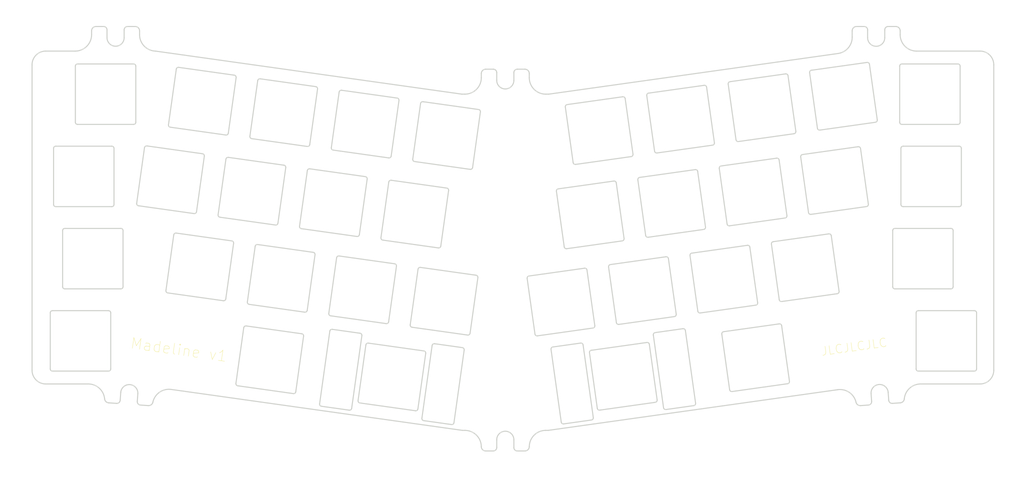
<source format=kicad_pcb>
(kicad_pcb (version 20221018) (generator pcbnew)
  (layers (0 "F.Cu" signal) (31 "B.Cu" signal) (34 "B.Paste" user) (35 "F.Paste" user) (36 "B.SilkS" user "B.Silkscreen") (37 "F.SilkS" user "F.Silkscreen") (38 "B.Mask" user) (39 "F.Mask" user) (44 "Edge.Cuts" user))
  (net 0 "")
  (gr_line (start 66.228121 84.79706) (end 79.101606 86.60631) (stroke (width 0.25)) (layer "Edge.Cuts"))
  (gr_arc (start 169.682576 53.214728) (mid 170.053075 53.310545) (end 170.247296 53.640275) (stroke (width 0.25)) (layer "Edge.Cuts"))
  (gr_line (start 108.36442 123.588817) (end 110.17367 110.715332) (stroke (width 0.25)) (layer "Edge.Cuts"))
  (gr_line (start 195.922006 63.159689) (end 194.112756 50.286204) (stroke (width 0.25)) (layer "Edge.Cuts"))
  (gr_line (start 51.321078 78.668762) (end 38.321078 78.668762) (stroke (width 0.25)) (layer "Edge.Cuts"))
  (gr_arc (start 192.047852 69.813622) (mid 192.143654 69.443113) (end 192.473399 69.248901) (stroke (width 0.25)) (layer "Edge.Cuts"))
  (gr_line (start 207.976509 48.33778) (end 209.785759 61.211264) (stroke (width 0.25)) (layer "Edge.Cuts"))
  (gr_arc (start 51.821078 78.168762) (mid 51.674646 78.522348) (end 51.321078 78.668762) (stroke (width 0.25)) (layer "Edge.Cuts"))
  (gr_line (start 140.490891 134.480512) (end 140.490891 132.686637) (stroke (width 0.25)) (layer "Edge.Cuts"))
  (gr_arc (start 77.746952 67.683622) (mid 77.941178 67.353899) (end 78.311673 67.258075) (stroke (width 0.25)) (layer "Edge.Cuts"))
  (gr_line (start 181.649646 104.144881) (end 168.776161 105.954131) (stroke (width 0.25)) (layer "Edge.Cuts"))
  (gr_line (start 233.957098 38.824762) (end 233.957098 37.950866) (stroke (width 0.25)) (layer "Edge.Cuts"))
  (gr_arc (start 103.392615 90.525102) (mid 103.58687 90.195438) (end 103.957335 90.099555) (stroke (width 0.25)) (layer "Edge.Cuts"))
  (gr_line (start 207.881652 119.695428) (end 195.008167 121.504679) (stroke (width 0.25)) (layer "Edge.Cuts"))
  (gr_line (start 170.247296 53.640275) (end 172.056546 66.51376) (stroke (width 0.25)) (layer "Edge.Cuts"))
  (gr_line (start 225.621298 36.935303) (end 223.857688 36.935408) (stroke (width 0.25)) (layer "Edge.Cuts"))
  (gr_line (start 82.718757 100.74734) (end 84.528008 87.873854) (stroke (width 0.25)) (layer "Edge.Cuts"))
  (gr_line (start 193.059743 107.640926) (end 205.933228 105.831675) (stroke (width 0.25)) (layer "Edge.Cuts"))
  (gr_arc (start 208.307199 119.130708) (mid 208.211386 119.501208) (end 207.881652 119.695428) (stroke (width 0.25)) (layer "Edge.Cuts"))
  (gr_line (start 96.01779 103.12131) (end 83.144304 101.31206) (stroke (width 0.25)) (layer "Edge.Cuts"))
  (gr_line (start 168.21144 105.528584) (end 166.40219 92.655099) (stroke (width 0.25)) (layer "Edge.Cuts"))
  (gr_arc (start 161.97921 112.513924) (mid 162.075009 112.143403) (end 162.404758 111.949203) (stroke (width 0.25)) (layer "Edge.Cuts"))
  (gr_arc (start 213.28643 80.461406) (mid 212.915951 80.365583) (end 212.72171 80.035859) (stroke (width 0.25)) (layer "Edge.Cuts"))
  (gr_line (start 129.339918 74.934543) (end 127.530668 87.808028) (stroke (width 0.25)) (layer "Edge.Cuts"))
  (gr_line (start 226.159916 78.652156) (end 213.28643 80.461406) (stroke (width 0.25)) (layer "Edge.Cuts"))
  (gr_arc (start 101.819767 107.523591) (mid 102.013964 107.19384) (end 102.384462 107.09801) (stroke (width 0.25)) (layer "Edge.Cuts"))
  (gr_line (start 37.059078 116.268762) (end 37.059078 103.268762) (stroke (width 0.25)) (layer "Edge.Cuts"))
  (gr_arc (start 137.933251 135.274262) (mid 137.219127 134.980933) (end 136.917323 134.270333) (stroke (width 0.25)) (layer "Edge.Cuts"))
  (gr_arc (start 45.852934 119.752762) (mid 48.417942 120.745581) (end 49.646244 123.206538) (stroke (width 0.25)) (layer "Edge.Cuts"))
  (gr_line (start 152.546301 52.609747) (end 151.84293 52.609747) (stroke (width 0.25)) (layer "Edge.Cuts"))
  (gr_line (start 232.151539 124.252371) (end 233.97499 124.124863) (stroke (width 0.25)) (layer "Edge.Cuts"))
  (gr_line (start 64.440494 59.704067) (end 66.249744 46.830582) (stroke (width 0.25)) (layer "Edge.Cuts"))
  (gr_line (start 252.464578 119.752762) (end 238.708958 119.752762) (stroke (width 0.25)) (layer "Edge.Cuts"))
  (gr_arc (start 164.353182 125.812956) (mid 163.982658 125.717159) (end 163.788461 125.387409) (stroke (width 0.25)) (layer "Edge.Cuts"))
  (gr_arc (start 37.559078 116.768762) (mid 37.205524 116.622321) (end 37.059078 116.268762) (stroke (width 0.25)) (layer "Edge.Cuts"))
  (gr_arc (start 39.916578 84.218762) (mid 40.063039 83.865241) (end 40.416578 83.718762) (stroke (width 0.25)) (layer "Edge.Cuts"))
  (gr_arc (start 134.898067 69.606234) (mid 134.703853 69.935988) (end 134.333346 70.031781) (stroke (width 0.25)) (layer "Edge.Cuts"))
  (gr_arc (start 194.421823 83.112654) (mid 194.051336 83.01683) (end 193.857102 82.687107) (stroke (width 0.25)) (layer "Edge.Cuts"))
  (gr_arc (start 192.634196 108.205647) (mid 192.730029 107.835171) (end 193.059743 107.640926) (stroke (width 0.25)) (layer "Edge.Cuts"))
  (gr_line (start 96.604133 64.729285) (end 83.730648 62.920035) (stroke (width 0.25)) (layer "Edge.Cuts"))
  (gr_line (start 108.821258 108.00225) (end 102.384462 107.09801) (stroke (width 0.25)) (layer "Edge.Cuts"))
  (gr_arc (start 230.383846 37.728768) (mid 230.616291 37.167489) (end 231.177548 36.934971) (stroke (width 0.25)) (layer "Edge.Cuts"))
  (gr_arc (start 147.01693 46.831257) (mid 147.735382 47.128825) (end 148.03293 47.847257) (stroke (width 0.25)) (layer "Edge.Cuts"))
  (gr_arc (start 172.056546 66.51376) (mid 171.960707 66.884213) (end 171.630999 67.078481) (stroke (width 0.25)) (layer "Edge.Cuts"))
  (gr_arc (start 205.933228 105.831675) (mid 206.303746 105.927473) (end 206.497949 106.257223) (stroke (width 0.25)) (layer "Edge.Cuts"))
  (gr_arc (start 248.131328 78.168762) (mid 247.984893 78.52233) (end 247.631328 78.668762) (stroke (width 0.25)) (layer "Edge.Cuts"))
  (gr_arc (start 83.144304 101.31206) (mid 82.814584 101.117839) (end 82.718757 100.74734) (stroke (width 0.25)) (layer "Edge.Cuts"))
  (gr_line (start 187.076047 102.877336) (end 185.266797 90.003851) (stroke (width 0.25)) (layer "Edge.Cuts"))
  (gr_line (start 123.408285 54.358777) (end 136.28177 56.168028) (stroke (width 0.25)) (layer "Edge.Cuts"))
  (gr_line (start 51.821078 65.168762) (end 51.821078 78.168762) (stroke (width 0.25)) (layer "Edge.Cuts"))
  (gr_arc (start 50.586982 124.125074) (mid 49.947999 123.8385) (end 49.646244 123.206538) (stroke (width 0.25)) (layer "Edge.Cuts"))
  (gr_line (start 56.869328 46.118762) (end 56.869328 59.118762) (stroke (width 0.25)) (layer "Edge.Cuts"))
  (gr_line (start 213.402911 47.070235) (end 226.276396 45.260985) (stroke (width 0.25)) (layer "Edge.Cuts"))
  (gr_line (start 121.034314 67.65781) (end 122.843564 54.784324) (stroke (width 0.25)) (layer "Edge.Cuts"))
  (gr_arc (start 177.652213 123.438985) (mid 177.556411 123.809503) (end 177.226666 124.003706) (stroke (width 0.25)) (layer "Edge.Cuts"))
  (gr_line (start 161.401335 93.357923) (end 163.210586 106.231407) (stroke (width 0.25)) (layer "Edge.Cuts"))
  (gr_line (start 49.408798 36.935303) (end 47.645188 36.935408) (stroke (width 0.25)) (layer "Edge.Cuts"))
  (gr_arc (start 234.915663 123.206374) (mid 236.143988 120.745523) (end 238.708958 119.752762) (stroke (width 0.25)) (layer "Edge.Cuts"))
  (gr_arc (start 227.220137 122.003264) (mid 229.061253 119.885301) (end 231.179219 121.726418) (stroke (width 0.25)) (layer "Edge.Cuts"))
  (gr_line (start 75.937702 80.557108) (end 77.746952 67.683622) (stroke (width 0.25)) (layer "Edge.Cuts"))
  (gr_arc (start 222.841749 39.418385) (mid 221.907197 41.917977) (end 219.561998 43.191306) (stroke (width 0.25)) (layer "Edge.Cuts"))
  (gr_arc (start 188.547182 50.56348) (mid 188.917664 50.659302) (end 189.111903 50.989027) (stroke (width 0.25)) (layer "Edge.Cuts"))
  (gr_line (start 194.538303 49.721483) (end 207.411788 47.912233) (stroke (width 0.25)) (layer "Edge.Cuts"))
  (gr_arc (start 209.785759 61.211264) (mid 209.689964 61.581781) (end 209.360212 61.775985) (stroke (width 0.25)) (layer "Edge.Cuts"))
  (gr_arc (start 65.6634 85.222607) (mid 65.857648 84.892888) (end 66.228121 84.79706) (stroke (width 0.25)) (layer "Edge.Cuts"))
  (gr_arc (start 185.266797 90.003851) (mid 185.362628 89.633373) (end 185.692344 89.439131) (stroke (width 0.25)) (layer "Edge.Cuts"))
  (gr_line (start 228.224819 59.124738) (end 215.351334 60.933988) (stroke (width 0.25)) (layer "Edge.Cuts"))
  (gr_arc (start 204.131402 87.352604) (mid 204.227209 86.982094) (end 204.556949 86.787883) (stroke (width 0.25)) (layer "Edge.Cuts"))
  (gr_arc (start 163.210586 106.231407) (mid 163.114772 106.601904) (end 162.785038 106.796128) (stroke (width 0.25)) (layer "Edge.Cuts"))
  (gr_arc (start 115.476165 72.986119) (mid 115.670392 72.656404) (end 116.040886 72.560572) (stroke (width 0.25)) (layer "Edge.Cuts"))
  (gr_line (start 82.441481 106.312913) (end 95.314966 108.122163) (stroke (width 0.25)) (layer "Edge.Cuts"))
  (gr_arc (start 251.155578 102.768762) (mid 251.509131 102.915214) (end 251.655578 103.268762) (stroke (width 0.25)) (layer "Edge.Cuts"))
  (gr_line (start 234.631328 64.668762) (end 247.631328 64.668762) (stroke (width 0.25)) (layer "Edge.Cuts"))
  (gr_line (start 211.338007 66.597653) (end 224.211492 64.788403) (stroke (width 0.25)) (layer "Edge.Cuts"))
  (gr_line (start 136.707317 56.732748) (end 134.898067 69.606234) (stroke (width 0.25)) (layer "Edge.Cuts"))
  (gr_line (start 145.253391 135.274262) (end 147.017281 135.274262) (stroke (width 0.25)) (layer "Edge.Cuts"))
  (gr_line (start 144.45963 47.625007) (end 144.45963 49.418882) (stroke (width 0.25)) (layer "Edge.Cuts"))
  (gr_arc (start 255.639578 116.577762) (mid 254.709657 118.822858) (end 252.464578 119.752762) (stroke (width 0.25)) (layer "Edge.Cuts"))
  (gr_arc (start 144.45963 49.418882) (mid 142.475255 51.403257) (end 140.49088 49.418882) (stroke (width 0.25)) (layer "Edge.Cuts"))
  (gr_line (start 144.459641 132.686637) (end 144.459641 134.480512) (stroke (width 0.25)) (layer "Edge.Cuts"))
  (gr_arc (start 46.629249 38.824762) (mid 45.513339 41.518861) (end 42.819249 42.634762) (stroke (width 0.25)) (layer "Edge.Cuts"))
  (gr_line (start 226.415203 39.522881) (end 226.415096 37.729006) (stroke (width 0.25)) (layer "Edge.Cuts"))
  (gr_arc (start 122.843564 54.784324) (mid 123.03779 54.454605) (end 123.408285 54.358777) (stroke (width 0.25)) (layer "Edge.Cuts"))
  (gr_line (start 212.72171 80.035859) (end 210.912459 67.162374) (stroke (width 0.25)) (layer "Edge.Cuts"))
  (gr_line (start 57.341627 122.003067) (end 57.2166 123.792579) (stroke (width 0.25)) (layer "Edge.Cuts"))
  (gr_line (start 45.852934 119.752762) (end 36.012078 119.752762) (stroke (width 0.25)) (layer "Edge.Cuts"))
  (gr_arc (start 51.321078 64.668762) (mid 51.674631 64.815214) (end 51.821078 65.168762) (stroke (width 0.25)) (layer "Edge.Cuts"))
  (gr_line (start 248.131328 65.168762) (end 248.131328 78.168762) (stroke (width 0.25)) (layer "Edge.Cuts"))
  (gr_line (start 89.236734 82.931078) (end 76.363249 81.121828) (stroke (width 0.25)) (layer "Edge.Cuts"))
  (gr_line (start 77.739526 62.078038) (end 64.866041 60.268788) (stroke (width 0.25)) (layer "Edge.Cuts"))
  (gr_arc (start 175.248151 52.937451) (mid 175.343985 52.566987) (end 175.673698 52.37273) (stroke (width 0.25)) (layer "Edge.Cuts"))
  (gr_line (start 251.655578 103.268762) (end 251.655578 116.268762) (stroke (width 0.25)) (layer "Edge.Cuts"))
  (gr_arc (start 60.827921 123.972515) (mid 62.375792 121.666213) (end 65.078009 121.023548) (stroke (width 0.25)) (layer "Edge.Cuts"))
  (gr_line (start 226.841116 45.686532) (end 228.650366 58.560017) (stroke (width 0.25)) (layer "Edge.Cuts"))
  (gr_arc (start 83.730648 62.920035) (mid 83.40093 62.725803) (end 83.305101 62.355315) (stroke (width 0.25)) (layer "Edge.Cuts"))
  (gr_arc (start 77.717903 100.044516) (mid 77.523669 100.374235) (end 77.153182 100.470063) (stroke (width 0.25)) (layer "Edge.Cuts"))
  (gr_arc (start 50.559078 102.768762) (mid 50.912631 102.915214) (end 51.059078 103.268762) (stroke (width 0.25)) (layer "Edge.Cuts"))
  (gr_line (start 36.012078 42.634762) (end 42.819249 42.634762) (stroke (width 0.25)) (layer "Edge.Cuts"))
  (gr_line (start 103.957335 90.099555) (end 116.830821 91.908805) (stroke (width 0.25)) (layer "Edge.Cuts"))
  (gr_line (start 186.561892 124.205437) (end 184.196233 107.3729) (stroke (width 0.25)) (layer "Edge.Cuts"))
  (gr_arc (start 194.112756 50.286204) (mid 194.208566 49.915708) (end 194.538303 49.721483) (stroke (width 0.25)) (layer "Edge.Cuts"))
  (gr_arc (start 57.953098 124.639721) (mid 57.409447 124.368648) (end 57.2166 123.792579) (stroke (width 0.25)) (layer "Edge.Cuts"))
  (gr_arc (start 219.487661 121.077637) (mid 222.172166 121.708066) (end 223.728203 123.984634) (stroke (width 0.25)) (layer "Edge.Cuts"))
  (gr_line (start 234.131328 78.168762) (end 234.131328 65.168762) (stroke (width 0.25)) (layer "Edge.Cuts"))
  (gr_arc (start 139.69713 46.831257) (mid 140.25841 47.063732) (end 140.49088 47.625007) (stroke (width 0.25)) (layer "Edge.Cuts"))
  (gr_arc (start 37.821078 65.168762) (mid 37.967539 64.815241) (end 38.321078 64.668762) (stroke (width 0.25)) (layer "Edge.Cuts"))
  (gr_arc (start 61.428531 42.634762) (mid 58.816305 41.475989) (end 57.744598 38.826848) (stroke (width 0.25)) (layer "Edge.Cuts"))
  (gr_arc (start 176.769222 108.416698) (mid 176.865033 108.046196) (end 177.19477 107.851977) (stroke (width 0.25)) (layer "Edge.Cuts"))
  (gr_arc (start 207.411788 47.912233) (mid 207.782279 48.008056) (end 207.976509 48.33778) (stroke (width 0.25)) (layer "Edge.Cuts"))
  (gr_line (start 132.521147 111.331608) (end 126.084351 110.427368) (stroke (width 0.25)) (layer "Edge.Cuts"))
  (gr_arc (start 140.490891 132.686637) (mid 142.475266 130.702262) (end 144.459641 132.686637) (stroke (width 0.25)) (layer "Edge.Cuts"))
  (gr_arc (start 46.629249 37.951408) (mid 46.926833 37.233031) (end 47.645188 36.935408) (stroke (width 0.25)) (layer "Edge.Cuts"))
  (gr_arc (start 132.521147 111.331608) (mid 132.850893 111.525821) (end 132.946728 111.896304) (stroke (width 0.25)) (layer "Edge.Cuts"))
  (gr_arc (start 64.279697 98.660813) (mid 63.950021 98.466567) (end 63.85415 98.096092) (stroke (width 0.25)) (layer "Edge.Cuts"))
  (gr_line (start 114.882397 105.772558) (end 102.008912 103.963308) (stroke (width 0.25)) (layer "Edge.Cuts"))
  (gr_arc (start 43.369328 59.618762) (mid 43.015741 59.472339) (end 42.869328 59.118762) (stroke (width 0.25)) (layer "Edge.Cuts"))
  (gr_line (start 166.827737 92.090378) (end 179.701222 90.281128) (stroke (width 0.25)) (layer "Edge.Cuts"))
  (gr_line (start 246.226328 84.218762) (end 246.226328 97.218762) (stroke (width 0.25)) (layer "Edge.Cuts"))
  (gr_line (start 101.819767 107.523591) (end 99.455114 124.356269) (stroke (width 0.25)) (layer "Edge.Cuts"))
  (gr_line (start 63.85415 98.096092) (end 65.6634 85.222607) (stroke (width 0.25)) (layer "Edge.Cuts"))
  (gr_line (start 77.153182 100.470063) (end 64.279697 98.660813) (stroke (width 0.25)) (layer "Edge.Cuts"))
  (gr_arc (start 99.880695 124.920965) (mid 99.550924 124.726779) (end 99.455114 124.356269) (stroke (width 0.25)) (layer "Edge.Cuts"))
  (gr_arc (start 125.519655 110.852949) (mid 125.713862 110.523219) (end 126.084351 110.427368) (stroke (width 0.25)) (layer "Edge.Cuts"))
  (gr_line (start 224.776212 65.21395) (end 226.585463 78.087435) (stroke (width 0.25)) (layer "Edge.Cuts"))
  (gr_arc (start 144.45963 47.625007) (mid 144.692113 47.063745) (end 145.25338 46.831257) (stroke (width 0.25)) (layer "Edge.Cuts"))
  (gr_arc (start 57.498642 78.470581) (mid 57.168889 78.27637) (end 57.073095 77.90586) (stroke (width 0.25)) (layer "Edge.Cuts"))
  (gr_arc (start 128.914371 74.369823) (mid 129.244103 74.564055) (end 129.339918 74.934543) (stroke (width 0.25)) (layer "Edge.Cuts"))
  (gr_line (start 51.059078 103.268762) (end 51.059078 116.268762) (stroke (width 0.25)) (layer "Edge.Cuts"))
  (gr_line (start 117.842711 54.081501) (end 116.033461 66.954986) (stroke (width 0.25)) (layer "Edge.Cuts"))
  (gr_arc (start 115.447117 105.347011) (mid 115.252886 105.676739) (end 114.882397 105.772558) (stroke (width 0.25)) (layer "Edge.Cuts"))
  (gr_arc (start 217.430434 84.978633) (mid 217.800959 85.074432) (end 217.995155 85.40418) (stroke (width 0.25)) (layer "Edge.Cuts"))
  (gr_line (start 42.869328 59.118762) (end 42.869328 46.118762) (stroke (width 0.25)) (layer "Edge.Cuts"))
  (gr_arc (start 156.69261 88.415149) (mid 156.322133 88.319319) (end 156.12789 87.989601) (stroke (width 0.25)) (layer "Edge.Cuts"))
  (gr_line (start 56.369328 59.618762) (end 43.369328 59.618762) (stroke (width 0.25)) (layer "Edge.Cuts"))
  (gr_line (start 133.10758 52.609747) (end 132.404209 52.609747) (stroke (width 0.25)) (layer "Edge.Cuts"))
  (gr_line (start 219.561998 43.191306) (end 152.546301 52.609747) (stroke (width 0.25)) (layer "Edge.Cuts"))
  (gr_arc (start 162.862202 127.536211) (mid 162.766388 127.90671) (end 162.436655 128.100932) (stroke (width 0.25)) (layer "Edge.Cuts"))
  (gr_arc (start 53.382529 121.726457) (mid 55.50036 119.88527) (end 57.341627 122.003067) (stroke (width 0.25)) (layer "Edge.Cuts"))
  (gr_line (start 95.740513 108.686884) (end 93.931263 121.560369) (stroke (width 0.25)) (layer "Edge.Cuts"))
  (gr_line (start 126.965947 88.233575) (end 114.092462 86.424325) (stroke (width 0.25)) (layer "Edge.Cuts"))
  (gr_line (start 189.111903 50.989027) (end 190.921154 63.862512) (stroke (width 0.25)) (layer "Edge.Cuts"))
  (gr_line (start 106.882187 125.399624) (end 109.24684 108.566945) (stroke (width 0.25)) (layer "Edge.Cuts"))
  (gr_arc (start 230.383953 39.522643) (mid 228.399695 41.507137) (end 226.415203 39.522881) (stroke (width 0.25)) (layer "Edge.Cuts"))
  (gr_arc (start 117.417164 53.51678) (mid 117.746857 53.711034) (end 117.842711 54.081501) (stroke (width 0.25)) (layer "Edge.Cuts"))
  (gr_line (start 177.057401 65.810936) (end 175.248151 52.937451) (stroke (width 0.25)) (layer "Edge.Cuts"))
  (gr_line (start 179.699602 125.674783) (end 186.136344 124.770157) (stroke (width 0.25)) (layer "Edge.Cuts"))
  (gr_arc (start 210.912459 67.162374) (mid 211.008283 66.791897) (end 211.338007 66.597653) (stroke (width 0.25)) (layer "Edge.Cuts"))
  (gr_arc (start 64.866041 60.268788) (mid 64.536285 60.074577) (end 64.440494 59.704067) (stroke (width 0.25)) (layer "Edge.Cuts"))
  (gr_line (start 110.475313 72.283296) (end 108.666062 85.156781) (stroke (width 0.25)) (layer "Edge.Cuts"))
  (gr_arc (start 200.9398 100.928913) (mid 200.843985 101.29941) (end 200.514253 101.493633) (stroke (width 0.25)) (layer "Edge.Cuts"))
  (gr_line (start 130.582075 128.728982) (end 132.946728 111.896304) (stroke (width 0.25)) (layer "Edge.Cuts"))
  (gr_arc (start 80.493057 120.176666) (mid 80.163301 119.982459) (end 80.06751 119.611945) (stroke (width 0.25)) (layer "Edge.Cuts"))
  (gr_line (start 162.785038 106.796128) (end 149.911553 108.605379) (stroke (width 0.25)) (layer "Edge.Cuts"))
  (gr_line (start 174.992495 85.338354) (end 173.183245 72.464869) (stroke (width 0.25)) (layer "Edge.Cuts"))
  (gr_arc (start 53.416578 83.718762) (mid 53.770131 83.865214) (end 53.916578 84.218762) (stroke (width 0.25)) (layer "Edge.Cuts"))
  (gr_arc (start 245.726328 83.718762) (mid 246.079913 83.865196) (end 246.226328 84.218762) (stroke (width 0.25)) (layer "Edge.Cuts"))
  (gr_arc (start 147.537582 95.306347) (mid 147.633414 94.935867) (end 147.96313 94.741626) (stroke (width 0.25)) (layer "Edge.Cuts"))
  (gr_line (start 39.916578 97.218762) (end 39.916578 84.218762) (stroke (width 0.25)) (layer "Edge.Cuts"))
  (gr_arc (start 38.321078 78.668762) (mid 37.967524 78.522321) (end 37.821078 78.168762) (stroke (width 0.25)) (layer "Edge.Cuts"))
  (gr_line (start 231.179219 121.726418) (end 231.304354 123.515924) (stroke (width 0.25)) (layer "Edge.Cuts"))
  (gr_line (start 53.416578 97.718762) (end 40.416578 97.718762) (stroke (width 0.25)) (layer "Edge.Cuts"))
  (gr_line (start 173.608792 71.900148) (end 186.482277 70.090898) (stroke (width 0.25)) (layer "Edge.Cuts"))
  (gr_arc (start 135.695428 94.560053) (mid 136.025174 94.754275) (end 136.120975 95.124773) (stroke (width 0.25)) (layer "Edge.Cuts"))
  (gr_arc (start 195.008167 121.504679) (mid 194.637646 121.408876) (end 194.443446 121.079132) (stroke (width 0.25)) (layer "Edge.Cuts"))
  (gr_line (start 162.404758 111.949203) (end 175.278243 110.139953) (stroke (width 0.25)) (layer "Edge.Cuts"))
  (gr_line (start 122.821943 92.750802) (end 135.695428 94.560053) (stroke (width 0.25)) (layer "Edge.Cuts"))
  (gr_line (start 188.430701 83.954651) (end 175.557216 85.763901) (stroke (width 0.25)) (layer "Edge.Cuts"))
  (gr_arc (start 233.845578 46.118762) (mid 233.992039 45.765241) (end 234.345578 45.618762) (stroke (width 0.25)) (layer "Edge.Cuts"))
  (gr_line (start 136.120975 95.124773) (end 134.311725 107.998259) (stroke (width 0.25)) (layer "Edge.Cuts"))
  (gr_arc (start 108.821258 108.00225) (mid 109.150996 108.196447) (end 109.24684 108.566945) (stroke (width 0.25)) (layer "Edge.Cuts"))
  (gr_line (start 57.744598 38.826848) (end 57.744598 37.950866) (stroke (width 0.25)) (layer "Edge.Cuts"))
  (gr_line (start 53.257501 123.51597) (end 53.382529 121.726457) (stroke (width 0.25)) (layer "Edge.Cuts"))
  (gr_line (start 102.169708 65.006562) (end 103.978959 52.133077) (stroke (width 0.25)) (layer "Edge.Cuts"))
  (gr_line (start 255.639578 45.809762) (end 255.639578 116.577762) (stroke (width 0.25)) (layer "Edge.Cuts"))
  (gr_line (start 237.767098 42.634762) (end 252.464578 42.634762) (stroke (width 0.25)) (layer "Edge.Cuts"))
  (gr_arc (start 252.464578 42.634762) (mid 254.70964 43.564699) (end 255.639578 45.809762) (stroke (width 0.25)) (layer "Edge.Cuts"))
  (gr_arc (start 215.351334 60.933988) (mid 214.980857 60.838166) (end 214.786614 60.508441) (stroke (width 0.25)) (layer "Edge.Cuts"))
  (gr_arc (start 58.882345 65.032375) (mid 59.076583 64.702678) (end 59.447066 64.606828) (stroke (width 0.25)) (layer "Edge.Cuts"))
  (gr_arc (start 110.17367 110.715332) (mid 110.367869 110.385547) (end 110.738391 110.289785) (stroke (width 0.25)) (layer "Edge.Cuts"))
  (gr_arc (start 153.069533 111.747472) (mid 153.165356 111.37699) (end 153.49508 111.182752) (stroke (width 0.25)) (layer "Edge.Cuts"))
  (gr_arc (start 148.03321 134.270333) (mid 149.164915 131.605561) (end 151.842941 130.505598) (stroke (width 0.25)) (layer "Edge.Cuts"))
  (gr_line (start 59.447066 64.606828) (end 72.320551 66.416078) (stroke (width 0.25)) (layer "Edge.Cuts"))
  (gr_line (start 116.040886 72.560572) (end 128.914371 74.369823) (stroke (width 0.25)) (layer "Edge.Cuts"))
  (gr_line (start 46.629249 37.951408) (end 46.629249 38.824762) (stroke (width 0.25)) (layer "Edge.Cuts"))
  (gr_arc (start 156.383543 55.588699) (mid 156.479355 55.218202) (end 156.809091 55.023978) (stroke (width 0.25)) (layer "Edge.Cuts"))
  (gr_arc (start 76.363249 81.121828) (mid 76.033534 80.927596) (end 75.937702 80.557108) (stroke (width 0.25)) (layer "Edge.Cuts"))
  (gr_arc (start 122.257222 93.176349) (mid 122.451465 92.846658) (end 122.821943 92.750802) (stroke (width 0.25)) (layer "Edge.Cuts"))
  (gr_line (start 50.202703 39.522881) (end 50.202596 37.729006) (stroke (width 0.25)) (layer "Edge.Cuts"))
  (gr_arc (start 148.03321 134.270333) (mid 147.731436 134.980971) (end 147.017281 135.274262) (stroke (width 0.25)) (layer "Edge.Cuts"))
  (gr_arc (start 56.369328 45.618762) (mid 56.722878 45.765202) (end 56.869328 46.118762) (stroke (width 0.25)) (layer "Edge.Cuts"))
  (gr_line (start 98.978104 51.430253) (end 97.168854 64.303738) (stroke (width 0.25)) (layer "Edge.Cuts"))
  (gr_line (start 134.333346 70.031781) (end 121.459861 68.22253) (stroke (width 0.25)) (layer "Edge.Cuts"))
  (gr_line (start 154.744187 74.551396) (end 167.617672 72.742145) (stroke (width 0.25)) (layer "Edge.Cuts"))
  (gr_arc (start 149.911553 108.605379) (mid 149.541041 108.50957) (end 149.346833 108.179832) (stroke (width 0.25)) (layer "Edge.Cuts"))
  (gr_line (start 108.101342 85.582328) (end 95.227856 83.773078) (stroke (width 0.25)) (layer "Edge.Cuts"))
  (gr_line (start 175.842963 110.5655) (end 177.652213 123.438985) (stroke (width 0.25)) (layer "Edge.Cuts"))
  (gr_line (start 237.655578 116.268762) (end 237.655578 103.268762) (stroke (width 0.25)) (layer "Edge.Cuts"))
  (gr_arc (start 123.611876 112.099035) (mid 123.941663 112.293243) (end 124.037423 112.663756) (stroke (width 0.25)) (layer "Edge.Cuts"))
  (gr_arc (start 42.869328 46.118762) (mid 43.01578 45.765188) (end 43.369328 45.618762) (stroke (width 0.25)) (layer "Edge.Cuts"))
  (gr_arc (start 70.936848 79.854284) (mid 70.742599 80.18398) (end 70.372127 80.279831) (stroke (width 0.25)) (layer "Edge.Cuts"))
  (gr_line (start 57.073095 77.90586) (end 58.882345 65.032375) (stroke (width 0.25)) (layer "Edge.Cuts"))
  (gr_line (start 94.802309 83.208357) (end 96.61156 70.334872) (stroke (width 0.25)) (layer "Edge.Cuts"))
  (gr_line (start 190.495606 64.427233) (end 177.622121 66.236483) (stroke (width 0.25)) (layer "Edge.Cuts"))
  (gr_line (start 149.346833 108.179832) (end 147.537582 95.306347) (stroke (width 0.25)) (layer "Edge.Cuts"))
  (gr_line (start 115.468741 67.380533) (end 102.595255 65.571283) (stroke (width 0.25)) (layer "Edge.Cuts"))
  (gr_arc (start 151.84293 52.609747) (mid 149.148853 51.493817) (end 148.03293 48.799747) (stroke (width 0.25)) (layer "Edge.Cuts"))
  (gr_arc (start 225.621298 36.935303) (mid 226.182601 37.167747) (end 226.415096 37.729006) (stroke (width 0.25)) (layer "Edge.Cuts"))
  (gr_arc (start 116.830821 91.908805) (mid 117.16053 92.103049) (end 117.256368 92.473526) (stroke (width 0.25)) (layer "Edge.Cuts"))
  (gr_line (start 78.311673 67.258075) (end 91.185158 69.067326) (stroke (width 0.25)) (layer "Edge.Cuts"))
  (gr_line (start 232.226328 97.218762) (end 232.226328 84.218762) (stroke (width 0.25)) (layer "Edge.Cuts"))
  (gr_line (start 123.580584 128.250323) (end 130.01738 129.154563) (stroke (width 0.25)) (layer "Edge.Cuts"))
  (gr_arc (start 78.304247 61.652491) (mid 78.110022 61.982245) (end 77.739526 62.078038) (stroke (width 0.25)) (layer "Edge.Cuts"))
  (gr_line (start 209.360212 61.775985) (end 196.486727 63.585236) (stroke (width 0.25)) (layer "Edge.Cuts"))
  (gr_arc (start 120.873519 106.614555) (mid 120.543792 106.420338) (end 120.447972 106.049835) (stroke (width 0.25)) (layer "Edge.Cuts"))
  (gr_line (start 152.404221 130.505598) (end 219.487661 121.077637) (stroke (width 0.25)) (layer "Edge.Cuts"))
  (gr_line (start 83.305101 62.355315) (end 85.114351 49.481829) (stroke (width 0.25)) (layer "Edge.Cuts"))
  (gr_line (start 168.182392 73.167693) (end 169.991643 86.041178) (stroke (width 0.25)) (layer "Edge.Cuts"))
  (gr_arc (start 53.257501 123.51597) (mid 52.986451 124.059647) (end 52.410359 124.252468) (stroke (width 0.25)) (layer "Edge.Cuts"))
  (gr_line (start 72.746098 66.980799) (end 70.936848 79.854284) (stroke (width 0.25)) (layer "Edge.Cuts"))
  (gr_line (start 232.726328 83.718762) (end 245.726328 83.718762) (stroke (width 0.25)) (layer "Edge.Cuts"))
  (gr_arc (start 224.788487 124.767246) (mid 224.114268 124.571144) (end 223.728203 123.984634) (stroke (width 0.25)) (layer "Edge.Cuts"))
  (gr_line (start 43.369328 45.618762) (end 56.369328 45.618762) (stroke (width 0.25)) (layer "Edge.Cuts"))
  (gr_arc (start 182.075193 103.58016) (mid 181.979356 103.950625) (end 181.649646 104.144881) (stroke (width 0.25)) (layer "Edge.Cuts"))
  (gr_line (start 98.39176 89.822278) (end 96.58251 102.695763) (stroke (width 0.25)) (layer "Edge.Cuts"))
  (gr_line (start 113.666915 85.859605) (end 115.476165 72.986119) (stroke (width 0.25)) (layer "Edge.Cuts"))
  (gr_line (start 110.738391 110.289785) (end 123.611876 112.099035) (stroke (width 0.25)) (layer "Edge.Cuts"))
  (gr_arc (start 247.345578 45.618762) (mid 247.699131 45.765214) (end 247.845578 46.118762) (stroke (width 0.25)) (layer "Edge.Cuts"))
  (gr_line (start 53.916578 84.218762) (end 53.916578 97.218762) (stroke (width 0.25)) (layer "Edge.Cuts"))
  (gr_line (start 217.995155 85.40418) (end 219.804406 98.277665) (stroke (width 0.25)) (layer "Edge.Cuts"))
  (gr_arc (start 247.845578 59.118762) (mid 247.699146 59.472348) (end 247.345578 59.618762) (stroke (width 0.25)) (layer "Edge.Cuts"))
  (gr_arc (start 79.68795 48.214285) (mid 80.01765 48.408535) (end 80.113497 48.779006) (stroke (width 0.25)) (layer "Edge.Cuts"))
  (gr_line (start 155.999912 129.005557) (end 162.436655 128.100932) (stroke (width 0.25)) (layer "Edge.Cuts"))
  (gr_arc (start 227.345271 123.79277) (mid 227.152489 124.36886) (end 226.608824 124.639955) (stroke (width 0.25)) (layer "Edge.Cuts"))
  (gr_line (start 101.583365 103.398587) (end 103.392615 90.525102) (stroke (width 0.25)) (layer "Edge.Cuts"))
  (gr_arc (start 198.565829 87.62988) (mid 198.936345 87.725679) (end 199.13055 88.055428) (stroke (width 0.25)) (layer "Edge.Cuts"))
  (gr_arc (start 177.622121 66.236483) (mid 177.251654 66.140655) (end 177.057401 65.810936) (stroke (width 0.25)) (layer "Edge.Cuts"))
  (gr_line (start 120.447972 106.049835) (end 122.257222 93.176349) (stroke (width 0.25)) (layer "Edge.Cuts"))
  (gr_arc (start 96.61156 70.334872) (mid 96.805773 70.005121) (end 97.17628 69.909325) (stroke (width 0.25)) (layer "Edge.Cuts"))
  (gr_line (start 194.443446 121.079132) (end 192.634196 108.205647) (stroke (width 0.25)) (layer "Edge.Cuts"))
  (gr_line (start 97.17628 69.909325) (end 110.049766 71.718575) (stroke (width 0.25)) (layer "Edge.Cuts"))
  (gr_line (start 193.857102 82.687107) (end 192.047852 69.813622) (stroke (width 0.25)) (layer "Edge.Cuts"))
  (gr_line (start 65.078009 121.023548) (end 132.546312 130.505598) (stroke (width 0.25)) (layer "Edge.Cuts"))
  (gr_arc (start 56.728537 36.934866) (mid 57.447011 37.232407) (end 57.744598 37.950866) (stroke (width 0.25)) (layer "Edge.Cuts"))
  (gr_line (start 85.092728 87.448307) (end 97.966213 89.257558) (stroke (width 0.25)) (layer "Edge.Cuts"))
  (gr_line (start 251.155578 116.768762) (end 238.155578 116.768762) (stroke (width 0.25)) (layer "Edge.Cuts"))
  (gr_arc (start 183.631512 106.947352) (mid 184.001983 107.043187) (end 184.196233 107.3729) (stroke (width 0.25)) (layer "Edge.Cuts"))
  (gr_line (start 137.933251 135.274262) (end 139.697141 135.274262) (stroke (width 0.25)) (layer "Edge.Cuts"))
  (gr_arc (start 110.049766 71.718575) (mid 110.379497 71.912787) (end 110.475313 72.283296) (stroke (width 0.25)) (layer "Edge.Cuts"))
  (gr_line (start 117.256368 92.473526) (end 115.447117 105.347011) (stroke (width 0.25)) (layer "Edge.Cuts"))
  (gr_arc (start 140.490891 134.480512) (mid 140.258402 135.041765) (end 139.697141 135.274262) (stroke (width 0.25)) (layer "Edge.Cuts"))
  (gr_arc (start 158.757514 68.887731) (mid 158.387039 68.791902) (end 158.192794 68.462183) (stroke (width 0.25)) (layer "Edge.Cuts"))
  (gr_line (start 153.069533 111.747472) (end 155.435192 128.580009) (stroke (width 0.25)) (layer "Edge.Cuts"))
  (gr_line (start 50.559078 116.768762) (end 37.559078 116.768762) (stroke (width 0.25)) (layer "Edge.Cuts"))
  (gr_line (start 136.91758 47.847257) (end 136.91758 48.799747) (stroke (width 0.25)) (layer "Edge.Cuts"))
  (gr_arc (start 108.789967 124.153538) (mid 108.460254 123.95929) (end 108.36442 123.588817) (stroke (width 0.25)) (layer "Edge.Cuts"))
  (gr_line (start 219.378859 98.842386) (end 206.505374 100.651636) (stroke (width 0.25)) (layer "Edge.Cuts"))
  (gr_arc (start 102.595255 65.571283) (mid 102.265493 65.377076) (end 102.169708 65.006562) (stroke (width 0.25)) (layer "Edge.Cuts"))
  (gr_arc (start 196.486727 63.585236) (mid 196.116242 63.489413) (end 195.922006 63.159689) (stroke (width 0.25)) (layer "Edge.Cuts"))
  (gr_arc (start 122.228173 125.537241) (mid 122.033957 125.866993) (end 121.663452 125.962788) (stroke (width 0.25)) (layer "Edge.Cuts"))
  (gr_line (start 85.679072 49.056282) (end 98.552557 50.865533) (stroke (width 0.25)) (layer "Edge.Cuts"))
  (gr_arc (start 187.640768 103.302884) (mid 187.27027 103.207077) (end 187.076047 102.877336) (stroke (width 0.25)) (layer "Edge.Cuts"))
  (gr_arc (start 53.916578 97.218762) (mid 53.770146 97.572348) (end 53.416578 97.718762) (stroke (width 0.25)) (layer "Edge.Cuts"))
  (gr_line (start 222.841749 37.951408) (end 222.841749 39.418385) (stroke (width 0.25)) (layer "Edge.Cuts"))
  (gr_arc (start 179.699602 125.674783) (mid 179.329121 125.578951) (end 179.134881 125.249235) (stroke (width 0.25)) (layer "Edge.Cuts"))
  (gr_arc (start 175.557216 85.763901) (mid 175.186747 85.668071) (end 174.992495 85.338354) (stroke (width 0.25)) (layer "Edge.Cuts"))
  (gr_arc (start 56.869328 59.118762) (mid 56.722864 59.472301) (end 56.369328 59.618762) (stroke (width 0.25)) (layer "Edge.Cuts"))
  (gr_line (start 183.631512 106.947352) (end 177.19477 107.851977) (stroke (width 0.25)) (layer "Edge.Cuts"))
  (gr_line (start 158.192794 68.462183) (end 156.383543 55.588699) (stroke (width 0.25)) (layer "Edge.Cuts"))
  (gr_line (start 171.630999 67.078481) (end 158.757514 68.887731) (stroke (width 0.25)) (layer "Edge.Cuts"))
  (gr_arc (start 130.582075 128.728982) (mid 130.387887 129.058764) (end 130.01738 129.154563) (stroke (width 0.25)) (layer "Edge.Cuts"))
  (gr_arc (start 224.211492 64.788403) (mid 224.581962 64.884231) (end 224.776212 65.21395) (stroke (width 0.25)) (layer "Edge.Cuts"))
  (gr_arc (start 54.171346 37.728768) (mid 54.403791 37.167489) (end 54.965048 36.934971) (stroke (width 0.25)) (layer "Edge.Cuts"))
  (gr_line (start 139.69713 46.831257) (end 137.93358 46.831257) (stroke (width 0.25)) (layer "Edge.Cuts"))
  (gr_arc (start 159.931823 110.278126) (mid 160.302357 110.37392) (end 160.496543 110.703674) (stroke (width 0.25)) (layer "Edge.Cuts"))
  (gr_arc (start 212.977363 47.634956) (mid 213.073195 47.264492) (end 213.402911 47.070235) (stroke (width 0.25)) (layer "Edge.Cuts"))
  (gr_line (start 163.788461 125.387409) (end 161.97921 112.513924) (stroke (width 0.25)) (layer "Edge.Cuts"))
  (gr_line (start 224.788487 124.767246) (end 226.608824 124.639955) (stroke (width 0.25)) (layer "Edge.Cuts"))
  (gr_arc (start 79.101606 86.60631) (mid 79.431322 86.80055) (end 79.527153 87.171031) (stroke (width 0.25)) (layer "Edge.Cuts"))
  (gr_line (start 147.96313 94.741626) (end 160.836615 92.932376) (stroke (width 0.25)) (layer "Edge.Cuts"))
  (gr_arc (start 232.726328 97.718762) (mid 232.372806 97.572303) (end 232.226328 97.218762) (stroke (width 0.25)) (layer "Edge.Cuts"))
  (gr_arc (start 103.978959 52.133077) (mid 104.173171 51.803322) (end 104.543679 51.70753) (stroke (width 0.25)) (layer "Edge.Cuts"))
  (gr_arc (start 106.882187 125.399624) (mid 106.687988 125.729384) (end 106.317492 125.825205) (stroke (width 0.25)) (layer "Edge.Cuts"))
  (gr_arc (start 127.530668 87.808028) (mid 127.336455 88.137786) (end 126.965947 88.233575) (stroke (width 0.25)) (layer "Edge.Cuts"))
  (gr_line (start 80.113497 48.779006) (end 78.304247 61.652491) (stroke (width 0.25)) (layer "Edge.Cuts"))
  (gr_arc (start 237.655578 103.268762) (mid 237.802039 102.915241) (end 238.155578 102.768762) (stroke (width 0.25)) (layer "Edge.Cuts"))
  (gr_line (start 38.321078 64.668762) (end 51.321078 64.668762) (stroke (width 0.25)) (layer "Edge.Cuts"))
  (gr_arc (start 136.91758 47.847257) (mid 137.215141 47.128808) (end 137.93358 46.831257) (stroke (width 0.25)) (layer "Edge.Cuts"))
  (gr_line (start 162.862202 127.536211) (end 160.496543 110.703674) (stroke (width 0.25)) (layer "Edge.Cuts"))
  (gr_line (start 156.12789 87.989601) (end 154.318639 75.116116) (stroke (width 0.25)) (layer "Edge.Cuts"))
  (gr_arc (start 121.459861 68.22253) (mid 121.130137 68.028301) (end 121.034314 67.65781) (stroke (width 0.25)) (layer "Edge.Cuts"))
  (gr_line (start 247.845578 46.118762) (end 247.845578 59.118762) (stroke (width 0.25)) (layer "Edge.Cuts"))
  (gr_line (start 206.497949 106.257223) (end 208.307199 119.130708) (stroke (width 0.25)) (layer "Edge.Cuts"))
  (gr_arc (start 232.151539 124.252371) (mid 231.575428 124.059608) (end 231.304354 123.515924) (stroke (width 0.25)) (layer "Edge.Cuts"))
  (gr_line (start 37.559078 102.768762) (end 50.559078 102.768762) (stroke (width 0.25)) (layer "Edge.Cuts"))
  (gr_line (start 180.265943 90.706675) (end 182.075193 103.58016) (stroke (width 0.25)) (layer "Edge.Cuts"))
  (gr_line (start 247.631328 78.668762) (end 234.631328 78.668762) (stroke (width 0.25)) (layer "Edge.Cuts"))
  (gr_line (start 151.842941 130.505598) (end 152.404221 130.505598) (stroke (width 0.25)) (layer "Edge.Cuts"))
  (gr_arc (start 91.185158 69.067326) (mid 91.514897 69.261554) (end 91.610705 69.632046) (stroke (width 0.25)) (layer "Edge.Cuts"))
  (gr_line (start 57.953098 124.639721) (end 59.765152 124.766323) (stroke (width 0.25)) (layer "Edge.Cuts"))
  (gr_line (start 207.295308 81.303403) (end 194.421823 83.112654) (stroke (width 0.25)) (layer "Edge.Cuts"))
  (gr_line (start 32.837078 116.577762) (end 32.837078 45.809762) (stroke (width 0.25)) (layer "Edge.Cuts"))
  (gr_arc (start 169.991643 86.041178) (mid 169.895841 86.411682) (end 169.566096 86.605898) (stroke (width 0.25)) (layer "Edge.Cuts"))
  (gr_arc (start 85.114351 49.481829) (mid 85.308575 49.152101) (end 85.679072 49.056282) (stroke (width 0.25)) (layer "Edge.Cuts"))
  (gr_arc (start 96.58251 102.695763) (mid 96.388291 103.025518) (end 96.01779 103.12131) (stroke (width 0.25)) (layer "Edge.Cuts"))
  (gr_line (start 238.155578 102.768762) (end 251.155578 102.768762) (stroke (width 0.25)) (layer "Edge.Cuts"))
  (gr_line (start 148.03293 48.799747) (end 148.03293 47.847257) (stroke (width 0.25)) (layer "Edge.Cuts"))
  (gr_arc (start 37.059078 103.268762) (mid 37.205539 102.915241) (end 37.559078 102.768762) (stroke (width 0.25)) (layer "Edge.Cuts"))
  (gr_line (start 99.880695 124.920965) (end 106.317492 125.825205) (stroke (width 0.25)) (layer "Edge.Cuts"))
  (gr_arc (start 234.915663 123.206374) (mid 234.6139 123.838245) (end 233.97499 124.124863) (stroke (width 0.25)) (layer "Edge.Cuts"))
  (gr_line (start 247.345578 59.618762) (end 234.345578 59.618762) (stroke (width 0.25)) (layer "Edge.Cuts"))
  (gr_arc (start 173.183245 72.464869) (mid 173.27907 72.094392) (end 173.608792 71.900148) (stroke (width 0.25)) (layer "Edge.Cuts"))
  (gr_arc (start 95.227856 83.773078) (mid 94.898095 83.578871) (end 94.802309 83.208357) (stroke (width 0.25)) (layer "Edge.Cuts"))
  (gr_arc (start 234.131328 65.168762) (mid 234.277786 64.815223) (end 234.631328 64.668762) (stroke (width 0.25)) (layer "Edge.Cuts"))
  (gr_line (start 245.726328 97.718762) (end 232.726328 97.718762) (stroke (width 0.25)) (layer "Edge.Cuts"))
  (gr_line (start 199.13055 88.055428) (end 200.9398 100.928913) (stroke (width 0.25)) (layer "Edge.Cuts"))
  (gr_line (start 40.416578 83.718762) (end 53.416578 83.718762) (stroke (width 0.25)) (layer "Edge.Cuts"))
  (gr_arc (start 167.617672 72.742145) (mid 167.98817 72.837962) (end 168.182392 73.167693) (stroke (width 0.25)) (layer "Edge.Cuts"))
  (gr_arc (start 246.226328 97.218762) (mid 246.079893 97.57233) (end 245.726328 97.718762) (stroke (width 0.25)) (layer "Edge.Cuts"))
  (gr_line (start 204.556949 86.787883) (end 217.430434 84.978633) (stroke (width 0.25)) (layer "Edge.Cuts"))
  (gr_line (start 169.566096 86.605898) (end 156.69261 88.415149) (stroke (width 0.25)) (layer "Edge.Cuts"))
  (gr_arc (start 188.856248 83.38993) (mid 188.760422 83.760403) (end 188.430701 83.954651) (stroke (width 0.25)) (layer "Edge.Cuts"))
  (gr_arc (start 222.841749 37.951408) (mid 223.139304 37.233001) (end 223.857688 36.935408) (stroke (width 0.25)) (layer "Edge.Cuts"))
  (gr_arc (start 84.528008 87.873854) (mid 84.722249 87.544154) (end 85.092728 87.448307) (stroke (width 0.25)) (layer "Edge.Cuts"))
  (gr_line (start 159.931823 110.278126) (end 153.49508 111.182752) (stroke (width 0.25)) (layer "Edge.Cuts"))
  (gr_arc (start 186.561892 124.205437) (mid 186.466065 124.575917) (end 186.136344 124.770157) (stroke (width 0.25)) (layer "Edge.Cuts"))
  (gr_arc (start 89.801455 82.505531) (mid 89.607194 82.8352) (end 89.236734 82.931078) (stroke (width 0.25)) (layer "Edge.Cuts"))
  (gr_arc (start 81.87676 106.73846) (mid 82.070977 106.408716) (end 82.441481 106.312913) (stroke (width 0.25)) (layer "Edge.Cuts"))
  (gr_line (start 140.49088 49.418882) (end 140.49088 47.625007) (stroke (width 0.25)) (layer "Edge.Cuts"))
  (gr_arc (start 54.171453 39.522643) (mid 52.187175 41.507197) (end 50.202703 39.522881) (stroke (width 0.25)) (layer "Edge.Cuts"))
  (gr_arc (start 155.999912 129.005557) (mid 155.629431 128.909728) (end 155.435192 128.580009) (stroke (width 0.25)) (layer "Edge.Cuts"))
  (gr_line (start 37.821078 78.168762) (end 37.821078 65.168762) (stroke (width 0.25)) (layer "Edge.Cuts"))
  (gr_arc (start 136.91758 48.799747) (mid 135.801642 51.493802) (end 133.10758 52.609747) (stroke (width 0.25)) (layer "Edge.Cuts"))
  (gr_line (start 200.514253 101.493633) (end 187.640768 103.302884) (stroke (width 0.25)) (layer "Edge.Cuts"))
  (gr_arc (start 219.804406 98.277665) (mid 219.708612 98.648194) (end 219.378859 98.842386) (stroke (width 0.25)) (layer "Edge.Cuts"))
  (gr_arc (start 251.655578 116.268762) (mid 251.509146 116.622348) (end 251.155578 116.768762) (stroke (width 0.25)) (layer "Edge.Cuts"))
  (gr_arc (start 168.776161 105.954131) (mid 168.405656 105.858323) (end 168.21144 105.528584) (stroke (width 0.25)) (layer "Edge.Cuts"))
  (gr_line (start 50.586982 124.125074) (end 52.410359 124.252468) (stroke (width 0.25)) (layer "Edge.Cuts"))
  (gr_arc (start 97.966213 89.257558) (mid 98.295985 89.451755) (end 98.39176 89.822278) (stroke (width 0.25)) (layer "Edge.Cuts"))
  (gr_arc (start 226.276396 45.260985) (mid 226.646868 45.356814) (end 226.841116 45.686532) (stroke (width 0.25)) (layer "Edge.Cuts"))
  (gr_arc (start 97.168854 64.303738) (mid 96.974617 64.633466) (end 96.604133 64.729285) (stroke (width 0.25)) (layer "Edge.Cuts"))
  (gr_arc (start 36.012078 119.752762) (mid 33.767013 118.822832) (end 32.837078 116.577762) (stroke (width 0.25)) (layer "Edge.Cuts"))
  (gr_line (start 133.747004 108.423806) (end 120.873519 106.614555) (stroke (width 0.25)) (layer "Edge.Cuts"))
  (gr_arc (start 190.921154 63.862512) (mid 190.825337 64.232998) (end 190.495606 64.427233) (stroke (width 0.25)) (layer "Edge.Cuts"))
  (gr_arc (start 228.650366 58.560017) (mid 228.554547 58.930502) (end 228.224819 59.124738) (stroke (width 0.25)) (layer "Edge.Cuts"))
  (gr_line (start 147.01693 46.831257) (end 145.25338 46.831257) (stroke (width 0.25)) (layer "Edge.Cuts"))
  (gr_arc (start 40.416578 97.718762) (mid 40.063024 97.572321) (end 39.916578 97.218762) (stroke (width 0.25)) (layer "Edge.Cuts"))
  (gr_line (start 121.663452 125.962788) (end 108.789967 124.153538) (stroke (width 0.25)) (layer "Edge.Cuts"))
  (gr_arc (start 32.837078 45.809762) (mid 33.767029 43.56473) (end 36.012078 42.634762) (stroke (width 0.25)) (layer "Edge.Cuts"))
  (gr_arc (start 232.226328 84.218762) (mid 232.372786 83.865223) (end 232.726328 83.718762) (stroke (width 0.25)) (layer "Edge.Cuts"))
  (gr_arc (start 136.28177 56.168028) (mid 136.611501 56.36226) (end 136.707317 56.732748) (stroke (width 0.25)) (layer "Edge.Cuts"))
  (gr_line (start 132.546312 130.505598) (end 133.107592 130.505598) (stroke (width 0.25)) (layer "Edge.Cuts"))
  (gr_line (start 125.519655 110.852949) (end 123.155002 127.685627) (stroke (width 0.25)) (layer "Edge.Cuts"))
  (gr_arc (start 154.318639 75.116116) (mid 154.414443 74.745607) (end 154.744187 74.551396) (stroke (width 0.25)) (layer "Edge.Cuts"))
  (gr_arc (start 237.767098 42.634762) (mid 235.073019 41.51884) (end 233.957098 38.824762) (stroke (width 0.25)) (layer "Edge.Cuts"))
  (gr_arc (start 72.320551 66.416078) (mid 72.650253 66.610328) (end 72.746098 66.980799) (stroke (width 0.25)) (layer "Edge.Cuts"))
  (gr_arc (start 51.059078 116.268762) (mid 50.912646 116.622348) (end 50.559078 116.768762) (stroke (width 0.25)) (layer "Edge.Cuts"))
  (gr_arc (start 232.941037 36.934866) (mid 233.659482 37.232437) (end 233.957098 37.950866) (stroke (width 0.25)) (layer "Edge.Cuts"))
  (gr_arc (start 114.092462 86.424325) (mid 113.76274 86.230096) (end 113.666915 85.859605) (stroke (width 0.25)) (layer "Edge.Cuts"))
  (gr_arc (start 93.931263 121.560369) (mid 93.73706 121.890117) (end 93.366542 121.985916) (stroke (width 0.25)) (layer "Edge.Cuts"))
  (gr_line (start 93.366542 121.985916) (end 80.493057 120.176666) (stroke (width 0.25)) (layer "Edge.Cuts"))
  (gr_arc (start 60.827921 123.972515) (mid 60.443963 124.566801) (end 59.765152 124.766323) (stroke (width 0.25)) (layer "Edge.Cuts"))
  (gr_line (start 187.046998 70.516445) (end 188.856248 83.38993) (stroke (width 0.25)) (layer "Edge.Cuts"))
  (gr_line (start 80.06751 119.611945) (end 81.87676 106.73846) (stroke (width 0.25)) (layer "Edge.Cuts"))
  (gr_line (start 192.473399 69.248901) (end 205.346884 67.43965) (stroke (width 0.25)) (layer "Edge.Cuts"))
  (gr_line (start 233.845578 59.118762) (end 233.845578 46.118762) (stroke (width 0.25)) (layer "Edge.Cuts"))
  (gr_line (start 132.404209 52.609747) (end 61.428531 42.634762) (stroke (width 0.25)) (layer "Edge.Cuts"))
  (gr_line (start 205.911605 67.865197) (end 207.720855 80.738682) (stroke (width 0.25)) (layer "Edge.Cuts"))
  (gr_arc (start 207.720855 80.738682) (mid 207.625051 81.109187) (end 207.295308 81.303403) (stroke (width 0.25)) (layer "Edge.Cuts"))
  (gr_line (start 234.345578 45.618762) (end 247.345578 45.618762) (stroke (width 0.25)) (layer "Edge.Cuts"))
  (gr_arc (start 123.580584 128.250323) (mid 123.250857 128.056111) (end 123.155002 127.685627) (stroke (width 0.25)) (layer "Edge.Cuts"))
  (gr_line (start 79.527153 87.171031) (end 77.717903 100.044516) (stroke (width 0.25)) (layer "Edge.Cuts"))
  (gr_arc (start 205.346884 67.43965) (mid 205.717373 67.535472) (end 205.911605 67.865197) (stroke (width 0.25)) (layer "Edge.Cuts"))
  (gr_arc (start 95.314966 108.122163) (mid 95.644702 108.316375) (end 95.740513 108.686884) (stroke (width 0.25)) (layer "Edge.Cuts"))
  (gr_line (start 185.692344 89.439131) (end 198.565829 87.62988) (stroke (width 0.25)) (layer "Edge.Cuts"))
  (gr_arc (start 145.253391 135.274262) (mid 144.692098 135.041791) (end 144.459641 134.480512) (stroke (width 0.25)) (layer "Edge.Cuts"))
  (gr_arc (start 206.505374 100.651636) (mid 206.13486 100.555834) (end 205.940653 100.226089) (stroke (width 0.25)) (layer "Edge.Cuts"))
  (gr_arc (start 134.311725 107.998259) (mid 134.117507 108.328024) (end 133.747004 108.423806) (stroke (width 0.25)) (layer "Edge.Cuts"))
  (gr_arc (start 102.008912 103.963308) (mid 101.679184 103.76907) (end 101.583365 103.398587) (stroke (width 0.25)) (layer "Edge.Cuts"))
  (gr_line (start 156.809091 55.023978) (end 169.682576 53.214728) (stroke (width 0.25)) (layer "Edge.Cuts"))
  (gr_line (start 214.786614 60.508441) (end 212.977363 47.634956) (stroke (width 0.25)) (layer "Edge.Cuts"))
  (gr_arc (start 234.631328 78.668762) (mid 234.277806 78.522303) (end 234.131328 78.168762) (stroke (width 0.25)) (layer "Edge.Cuts"))
  (gr_arc (start 179.701222 90.281128) (mid 180.071756 90.376921) (end 180.265943 90.706675) (stroke (width 0.25)) (layer "Edge.Cuts"))
  (gr_line (start 56.728537 36.934866) (end 54.965048 36.934971) (stroke (width 0.25)) (layer "Edge.Cuts"))
  (gr_line (start 227.345271 123.79277) (end 227.220137 122.003264) (stroke (width 0.25)) (layer "Edge.Cuts"))
  (gr_line (start 175.673698 52.37273) (end 188.547182 50.56348) (stroke (width 0.25)) (layer "Edge.Cuts"))
  (gr_arc (start 108.666062 85.156781) (mid 108.471857 85.486521) (end 108.101342 85.582328) (stroke (width 0.25)) (layer "Edge.Cuts"))
  (gr_line (start 177.226666 124.003706) (end 164.353182 125.812956) (stroke (width 0.25)) (layer "Edge.Cuts"))
  (gr_line (start 104.543679 51.70753) (end 117.417164 53.51678) (stroke (width 0.25)) (layer "Edge.Cuts"))
  (gr_arc (start 160.836615 92.932376) (mid 161.207077 93.028213) (end 161.401335 93.357923) (stroke (width 0.25)) (layer "Edge.Cuts"))
  (gr_line (start 205.940653 100.226089) (end 204.131402 87.352604) (stroke (width 0.25)) (layer "Edge.Cuts"))
  (gr_line (start 124.037423 112.663756) (end 122.228173 125.537241) (stroke (width 0.25)) (layer "Edge.Cuts"))
  (gr_line (start 54.171346 37.728768) (end 54.171453 39.522643) (stroke (width 0.25)) (layer "Edge.Cuts"))
  (gr_arc (start 166.40219 92.655099) (mid 166.497999 92.284589) (end 166.827737 92.090378) (stroke (width 0.25)) (layer "Edge.Cuts"))
  (gr_arc (start 238.155578 116.768762) (mid 237.802024 116.622321) (end 237.655578 116.268762) (stroke (width 0.25)) (layer "Edge.Cuts"))
  (gr_arc (start 226.585463 78.087435) (mid 226.489636 78.457908) (end 226.159916 78.652156) (stroke (width 0.25)) (layer "Edge.Cuts"))
  (gr_line (start 176.769222 108.416698) (end 179.134881 125.249235) (stroke (width 0.25)) (layer "Edge.Cuts"))
  (gr_arc (start 49.408798 36.935303) (mid 49.970101 37.167747) (end 50.202596 37.729006) (stroke (width 0.25)) (layer "Edge.Cuts"))
  (gr_line (start 70.372127 80.279831) (end 57.498642 78.470581) (stroke (width 0.25)) (layer "Edge.Cuts"))
  (gr_arc (start 247.631328 64.668762) (mid 247.984913 64.815196) (end 248.131328 65.168762) (stroke (width 0.25)) (layer "Edge.Cuts"))
  (gr_line (start 66.814465 46.405035) (end 79.68795 48.214285) (stroke (width 0.25)) (layer "Edge.Cuts"))
  (gr_arc (start 116.033461 66.954986) (mid 115.839254 67.284722) (end 115.468741 67.380533) (stroke (width 0.25)) (layer "Edge.Cuts"))
  (gr_arc (start 234.345578 59.618762) (mid 233.992024 59.472321) (end 233.845578 59.118762) (stroke (width 0.25)) (layer "Edge.Cuts"))
  (gr_arc (start 133.107592 130.505598) (mid 135.785595 131.605577) (end 136.917323 134.270333) (stroke (width 0.25)) (layer "Edge.Cuts"))
  (gr_line (start 230.383846 37.728768) (end 230.383953 39.522643) (stroke (width 0.25)) (layer "Edge.Cuts"))
  (gr_line (start 232.941037 36.934866) (end 231.177548 36.934971) (stroke (width 0.25)) (layer "Edge.Cuts"))
  (gr_arc (start 66.249744 46.830582) (mid 66.44398 46.50088) (end 66.814465 46.405035) (stroke (width 0.25)) (layer "Edge.Cuts"))
  (gr_arc (start 175.278243 110.139953) (mid 175.648757 110.235757) (end 175.842963 110.5655) (stroke (width 0.25)) (layer "Edge.Cuts"))
  (gr_line (start 91.610705 69.632046) (end 89.801455 82.505531) (stroke (width 0.25)) (layer "Edge.Cuts"))
  (gr_arc (start 186.482277 70.090898) (mid 186.852758 70.186719) (end 187.046998 70.516445) (stroke (width 0.25)) (layer "Edge.Cuts"))
  (gr_arc (start 98.552557 50.865533) (mid 98.882294 51.059761) (end 98.978104 51.430253) (stroke (width 0.25)) (layer "Edge.Cuts"))
  (gr_text "Madeline v1" (at 55.379578 111.697762 352) (layer "F.SilkS") (effects (font (size 2.5 2.5) (thickness 0.1)) (justify left bottom)))
  (gr_text "JLCJLCJLC" (at 215.749578 113.397762 8) (layer "F.SilkS") (effects (font (size 2 2) (thickness 0.1)) (justify left bottom)))
)
</source>
